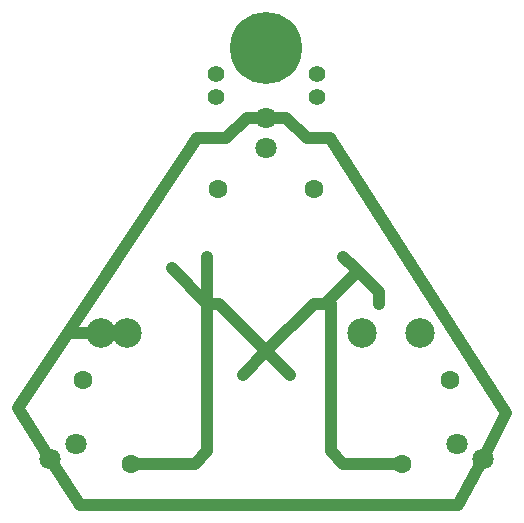
<source format=gtl>
%TF.GenerationSoftware,KiCad,Pcbnew,4.0.6-e0-6349~53~ubuntu16.04.1*%
%TF.CreationDate,2017-05-19T13:32:49+05:30*%
%TF.ProjectId,MAP4,4D4150342E6B696361645F7063620000,1*%
%TF.FileFunction,Copper,L1,Top,Signal*%
%FSLAX46Y46*%
G04 Gerber Fmt 4.6, Leading zero omitted, Abs format (unit mm)*
G04 Created by KiCad (PCBNEW 4.0.6-e0-6349~53~ubuntu16.04.1) date Fri May 19 13:32:49 2017*
%MOMM*%
%LPD*%
G01*
G04 APERTURE LIST*
%ADD10C,0.050800*%
%ADD11C,6.096000*%
%ADD12C,1.600000*%
%ADD13C,1.400000*%
%ADD14C,2.500000*%
%ADD15C,1.800000*%
%ADD16C,1.000000*%
G04 APERTURE END LIST*
D10*
D11*
X150000000Y-75850000D03*
D12*
X154064000Y-87750000D03*
X145936000Y-87750000D03*
X134468000Y-103980473D03*
X138532000Y-111019527D03*
X165532000Y-103980473D03*
X161468000Y-111019527D03*
D13*
X145750000Y-80000000D03*
X145750000Y-78000000D03*
X154250000Y-80000000D03*
X154250000Y-78000000D03*
D14*
X158100000Y-100000000D03*
X138200000Y-100000000D03*
X136000000Y-100000000D03*
X163000000Y-100000000D03*
D15*
X131650148Y-110635000D03*
X133849852Y-109365000D03*
X168349852Y-110635000D03*
X166150148Y-109365000D03*
X150000000Y-81730000D03*
X150000000Y-84270000D03*
D16*
X150000000Y-81730000D02*
X148370000Y-81730000D01*
X148370000Y-81730000D02*
X146600000Y-83500000D01*
X146600000Y-83500000D02*
X144100990Y-83499999D01*
X144100990Y-83499999D02*
X133203435Y-100000000D01*
X150000000Y-81730000D02*
X151630000Y-81730000D01*
X151630000Y-81730000D02*
X153400000Y-83500000D01*
X153400000Y-83500000D02*
X155370000Y-83500000D01*
X155370000Y-83500000D02*
X170250000Y-106750000D01*
X170250000Y-106750000D02*
X168349852Y-110635000D01*
X136000000Y-100000000D02*
X134232234Y-100000000D01*
X134232234Y-100000000D02*
X133203435Y-100000000D01*
X133203435Y-100000000D02*
X129005001Y-106356852D01*
X129005001Y-106356852D02*
X131650148Y-110635000D01*
X168349852Y-110635000D02*
X166250000Y-114500000D01*
X166250000Y-114500000D02*
X134250000Y-114500000D01*
X134250000Y-114500000D02*
X131650148Y-110635000D01*
X159500000Y-96500000D02*
X159500000Y-97500000D01*
X159000000Y-96000000D02*
X159500000Y-96500000D01*
X157500000Y-94500000D02*
X159000000Y-96000000D01*
X157500000Y-94500000D02*
X156500000Y-93500000D01*
X157500000Y-95000000D02*
X157500000Y-94500000D01*
X145000000Y-97500000D02*
X142000000Y-94500000D01*
X155000000Y-97500000D02*
X155500000Y-97500000D01*
X154000000Y-97500000D02*
X155000000Y-97500000D01*
X155000000Y-97500000D02*
X157500000Y-95000000D01*
X150000000Y-101500000D02*
X148000000Y-103500000D01*
X150000000Y-101500000D02*
X152000000Y-103500000D01*
X145000000Y-97500000D02*
X146000000Y-97500000D01*
X156519527Y-111019527D02*
X161468000Y-111019527D01*
X146000000Y-97500000D02*
X150000000Y-101500000D01*
X150000000Y-101500000D02*
X154000000Y-97500000D01*
X155500000Y-97500000D02*
X155500000Y-110000000D01*
X155500000Y-110000000D02*
X156519527Y-111019527D01*
X145000000Y-97500000D02*
X145000000Y-93500000D01*
X145000000Y-110000000D02*
X145000000Y-97500000D01*
X143980473Y-111019527D02*
X145000000Y-110000000D01*
X138532000Y-111019527D02*
X143980473Y-111019527D01*
M02*

</source>
